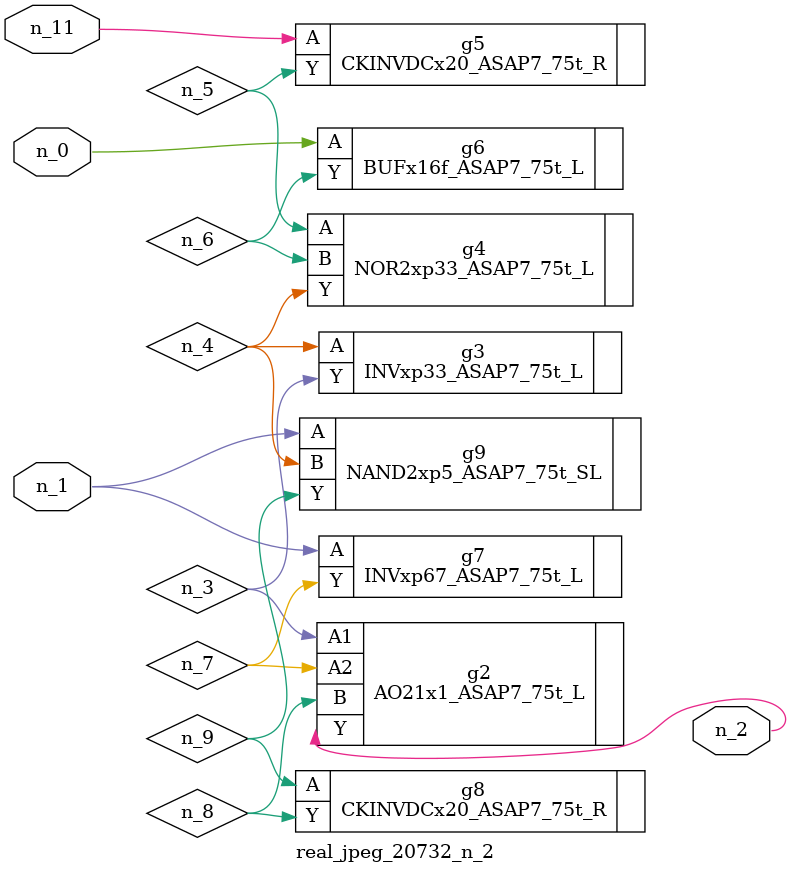
<source format=v>
module real_jpeg_20732_n_2 (n_1, n_11, n_0, n_2);

input n_1;
input n_11;
input n_0;

output n_2;

wire n_5;
wire n_4;
wire n_8;
wire n_6;
wire n_7;
wire n_3;
wire n_9;

BUFx16f_ASAP7_75t_L g6 ( 
.A(n_0),
.Y(n_6)
);

INVxp67_ASAP7_75t_L g7 ( 
.A(n_1),
.Y(n_7)
);

NAND2xp5_ASAP7_75t_SL g9 ( 
.A(n_1),
.B(n_4),
.Y(n_9)
);

AO21x1_ASAP7_75t_L g2 ( 
.A1(n_3),
.A2(n_7),
.B(n_8),
.Y(n_2)
);

INVxp33_ASAP7_75t_L g3 ( 
.A(n_4),
.Y(n_3)
);

NOR2xp33_ASAP7_75t_L g4 ( 
.A(n_5),
.B(n_6),
.Y(n_4)
);

CKINVDCx20_ASAP7_75t_R g8 ( 
.A(n_9),
.Y(n_8)
);

CKINVDCx20_ASAP7_75t_R g5 ( 
.A(n_11),
.Y(n_5)
);


endmodule
</source>
